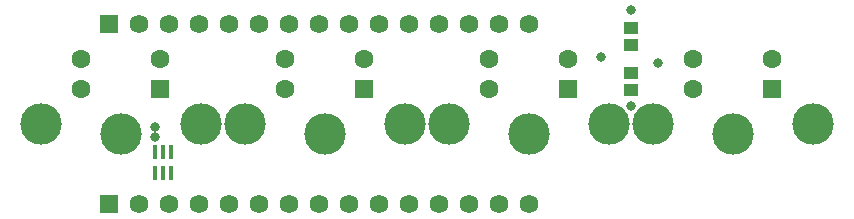
<source format=gbr>
%TF.GenerationSoftware,Altium Limited,Altium Designer,25.6.2 (33)*%
G04 Layer_Color=16711935*
%FSLAX45Y45*%
%MOMM*%
%TF.SameCoordinates,5DA55B6F-82E9-41E6-B114-64E7E2ADA8B0*%
%TF.FilePolarity,Negative*%
%TF.FileFunction,Soldermask,Bot*%
%TF.Part,Single*%
G01*
G75*
%TA.AperFunction,ComponentPad*%
%ADD13C,1.59000*%
%ADD14R,1.59000X1.59000*%
%TA.AperFunction,SMDPad,CuDef*%
G04:AMPARAMS|DCode=18|XSize=1.2mm|YSize=0.37583mm|CornerRadius=0.18791mm|HoleSize=0mm|Usage=FLASHONLY|Rotation=270.000|XOffset=0mm|YOffset=0mm|HoleType=Round|Shape=RoundedRectangle|*
%AMROUNDEDRECTD18*
21,1,1.20000,0.00000,0,0,270.0*
21,1,0.82417,0.37583,0,0,270.0*
1,1,0.37583,0.00000,-0.41209*
1,1,0.37583,0.00000,0.41209*
1,1,0.37583,0.00000,0.41209*
1,1,0.37583,0.00000,-0.41209*
%
%ADD18ROUNDEDRECTD18*%
G04:AMPARAMS|DCode=19|XSize=1.2mm|YSize=0.37mm|CornerRadius=0.185mm|HoleSize=0mm|Usage=FLASHONLY|Rotation=270.000|XOffset=0mm|YOffset=0mm|HoleType=Round|Shape=RoundedRectangle|*
%AMROUNDEDRECTD19*
21,1,1.20000,0.00000,0,0,270.0*
21,1,0.83000,0.37000,0,0,270.0*
1,1,0.37000,0.00000,-0.41500*
1,1,0.37000,0.00000,0.41500*
1,1,0.37000,0.00000,0.41500*
1,1,0.37000,0.00000,-0.41500*
%
%ADD19ROUNDEDRECTD19*%
%ADD20R,0.37583X1.20000*%
%TA.AperFunction,ComponentPad*%
%ADD26R,1.60120X1.60120*%
%ADD27C,3.50920*%
%ADD28C,1.60120*%
%TA.AperFunction,ViaPad*%
%ADD29C,0.83820*%
%TA.AperFunction,SMDPad,CuDef*%
%ADD30R,1.20320X1.00320*%
D13*
X1524000Y152400D02*
D03*
X1778000Y1676400D02*
D03*
X4318000D02*
D03*
X4064000D02*
D03*
X3810000D02*
D03*
X3556000D02*
D03*
X3302000D02*
D03*
X3048000D02*
D03*
X2794000D02*
D03*
X2540000D02*
D03*
X2286000D02*
D03*
X2032000D02*
D03*
X1524000D02*
D03*
X1270000D02*
D03*
X1016000D02*
D03*
X4318000Y152400D02*
D03*
X4064000D02*
D03*
X3810000D02*
D03*
X3556000D02*
D03*
X3302000D02*
D03*
X3048000D02*
D03*
X2794000D02*
D03*
X2540000D02*
D03*
X2286000D02*
D03*
X2032000D02*
D03*
X1778000D02*
D03*
X1270000D02*
D03*
X1016000D02*
D03*
D14*
X762000Y1676400D02*
D03*
Y152400D02*
D03*
D18*
X1219200Y594000D02*
D03*
Y420000D02*
D03*
X1284200Y594000D02*
D03*
Y420000D02*
D03*
D19*
X1154200D02*
D03*
D20*
Y594000D02*
D03*
D26*
X6380200Y1130300D02*
D03*
X4653000D02*
D03*
X2925800D02*
D03*
X1198600D02*
D03*
D27*
X1539600Y830300D02*
D03*
X187600D02*
D03*
X863600Y749300D02*
D03*
X6045200D02*
D03*
X5369200Y830300D02*
D03*
X6721200D02*
D03*
X4318000Y749300D02*
D03*
X3642000Y830300D02*
D03*
X4994000D02*
D03*
X2590800Y749300D02*
D03*
X1914800Y830300D02*
D03*
X3266800D02*
D03*
D28*
X528600Y1379300D02*
D03*
Y1130300D02*
D03*
X1198600Y1379300D02*
D03*
X6380200D02*
D03*
X5710200Y1130300D02*
D03*
Y1379300D02*
D03*
X4653000D02*
D03*
X3983000Y1130300D02*
D03*
Y1379300D02*
D03*
X2925800D02*
D03*
X2255800Y1130300D02*
D03*
Y1379300D02*
D03*
D29*
X5410200Y1346200D02*
D03*
X4927600Y1397000D02*
D03*
X5180565Y984087D02*
D03*
Y1796887D02*
D03*
X1153160Y723900D02*
D03*
X1154200Y811760D02*
D03*
D30*
X5181600Y1268800D02*
D03*
Y1118800D02*
D03*
Y1499800D02*
D03*
Y1649800D02*
D03*
%TF.MD5,c7461dce036569f026d1f9beb412b7c2*%
M02*

</source>
